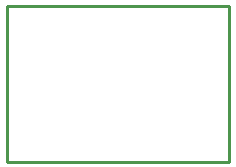
<source format=gbr>
G04 EAGLE Gerber RS-274X export*
G75*
%MOMM*%
%FSLAX34Y34*%
%LPD*%
%IN*%
%IPPOS*%
%AMOC8*
5,1,8,0,0,1.08239X$1,22.5*%
G01*
%ADD10C,0.254000*%


D10*
X0Y0D02*
X188000Y0D01*
X188000Y132000D01*
X0Y132000D01*
X0Y0D01*
M02*

</source>
